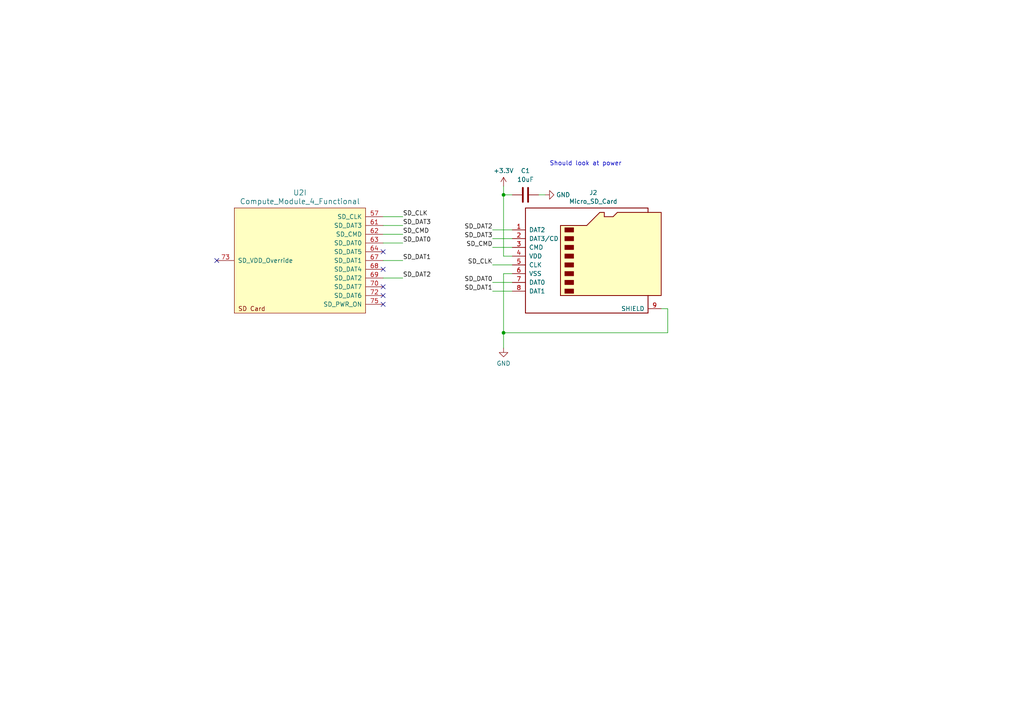
<source format=kicad_sch>
(kicad_sch (version 20230121) (generator eeschema)
  (paper "A4")
  (lib_symbols
    (symbol "Connector:Micro_SD_Card" (pin_names (offset 1.016))
      (property "Reference" "J" (at -16.51 15.24 0))
      (property "Value" "Micro_SD_Card" (at 16.51 15.24 0))
      (symbol "Micro_SD_Card_0_1"
        (rectangle (start -7.62 -9.525) (end -5.08 -10.795) (fill (type outline)))
        (rectangle (start -7.62 -6.985) (end -5.08 -8.255) (fill (type outline)))
        (rectangle (start -7.62 -4.445) (end -5.08 -5.715) (fill (type outline)))
        (rectangle (start -7.62 -1.905) (end -5.08 -3.175) (fill (type outline)))
        (rectangle (start -7.62 0.635) (end -5.08 -0.635) (fill (type outline)))
        (rectangle (start -7.62 3.175) (end -5.08 1.905) (fill (type outline)))
        (rectangle (start -7.62 5.715) (end -5.08 4.445) (fill (type outline)))
        (rectangle (start -7.62 8.255) (end -5.08 6.985) (fill (type outline)))
        (polyline (pts (xy 16.51 12.7) (xy 16.51 13.97) (xy -19.05 13.97) (xy -19.05 -16.51) (xy 16.51 -16.51) (xy 16.51 -11.43)) (stroke (width 0.254)))
        (polyline (pts (xy -8.89 -11.43) (xy -8.89 8.89) (xy -1.27 8.89) (xy 2.54 12.7) (xy 3.81 12.7) (xy 3.81 11.43) (xy 6.35 11.43) (xy 7.62 12.7) (xy 20.32 12.7) (xy 20.32 -11.43) (xy -8.89 -11.43)) (stroke (width 0.254)) (fill (type background)))
      )
      (symbol "Micro_SD_Card_1_1"
        (pin bidirectional line (at -22.86 7.62 0) (length 3.81) (name "DAT2") (number "1"))
        (pin bidirectional line (at -22.86 5.08 0) (length 3.81) (name "DAT3/CD") (number "2"))
        (pin input line (at -22.86 2.54 0) (length 3.81) (name "CMD") (number "3"))
        (pin power_in line (at -22.86 0 0) (length 3.81) (name "VDD") (number "4"))
        (pin input line (at -22.86 -2.54 0) (length 3.81) (name "CLK") (number "5"))
        (pin power_in line (at -22.86 -5.08 0) (length 3.81) (name "VSS") (number "6"))
        (pin bidirectional line (at -22.86 -7.62 0) (length 3.81) (name "DAT0") (number "7"))
        (pin bidirectional line (at -22.86 -10.16 0) (length 3.81) (name "DAT1") (number "8"))
        (pin passive line (at 20.32 -15.24 180) (length 3.81) (name "SHIELD") (number "9"))
      )
    )
    (symbol "Device:C" (pin_numbers hide) (pin_names (offset 0.254))
      (property "Reference" "C" (at 0.635 2.54 0))
      (property "Value" "C" (at 0.635 -2.54 0))
      (symbol "C_0_1"
        (polyline (pts (xy -2.032 -0.762) (xy 2.032 -0.762)) (stroke (width 0.508)))
        (polyline (pts (xy -2.032 0.762) (xy 2.032 0.762)) (stroke (width 0.508)))
      )
      (symbol "C_1_1"
        (pin passive line (at 0 3.81 270) (length 2.794) (name "~") (number "1"))
        (pin passive line (at 0 -3.81 90) (length 2.794) (name "~") (number "2"))
      )
    )
    (symbol "Raspberry_Pi_Compute_Module_4:Compute_Module_4_Functional" (pin_names (offset 1.016))
      (property "Reference" "U" (at 5.08 5.08 0))
      (property "Value" "Compute_Module_4_Functional" (at 5.08 7.62 0))
      (symbol "Compute_Module_4_Functional_1_0"
        (text "Power" (at 21.59 -13.97 0) (effects (font (size 1.27 1.27))))
      )
      (symbol "Compute_Module_4_Functional_1_1"
        (rectangle (start 5.08 2.54) (end 38.1 -15.24) (fill (type background)))
        (pin power_in line (at 0 -13.97 0) (length 5.08) (name "GND[51]") (number "1"))
        (pin power_in line (at 0 -13.97 0) (length 5.08) (name "GND[51]") (number "107"))
        (pin power_in line (at 0 -13.97 0) (length 5.08) (name "GND[51]") (number "108"))
        (pin power_in line (at 0 -13.97 0) (length 5.08) (name "GND[51]") (number "113"))
        (pin power_in line (at 0 -13.97 0) (length 5.08) (name "GND[51]") (number "114"))
        (pin power_in line (at 0 -13.97 0) (length 5.08) (name "GND[51]") (number "119"))
        (pin power_in line (at 0 -13.97 0) (length 5.08) (name "GND[51]") (number "120"))
        (pin power_in line (at 0 -13.97 0) (length 5.08) (name "GND[51]") (number "125"))
        (pin power_in line (at 0 -13.97 0) (length 5.08) (name "GND[51]") (number "126"))
        (pin power_in line (at 0 -13.97 0) (length 5.08) (name "GND[51]") (number "13"))
        (pin power_in line (at 0 -13.97 0) (length 5.08) (name "GND[51]") (number "131"))
        (pin power_in line (at 0 -13.97 0) (length 5.08) (name "GND[51]") (number "132"))
        (pin power_in line (at 0 -13.97 0) (length 5.08) (name "GND[51]") (number "137"))
        (pin power_in line (at 0 -13.97 0) (length 5.08) (name "GND[51]") (number "138"))
        (pin power_in line (at 0 -13.97 0) (length 5.08) (name "GND[51]") (number "14"))
        (pin power_in line (at 0 -13.97 0) (length 5.08) (name "GND[51]") (number "144"))
        (pin power_in line (at 0 -13.97 0) (length 5.08) (name "GND[51]") (number "150"))
        (pin power_in line (at 0 -13.97 0) (length 5.08) (name "GND[51]") (number "155"))
        (pin power_in line (at 0 -13.97 0) (length 5.08) (name "GND[51]") (number "156"))
        (pin power_in line (at 0 -13.97 0) (length 5.08) (name "GND[51]") (number "161"))
        (pin power_in line (at 0 -13.97 0) (length 5.08) (name "GND[51]") (number "162"))
        (pin power_in line (at 0 -13.97 0) (length 5.08) (name "GND[51]") (number "167"))
        (pin power_in line (at 0 -13.97 0) (length 5.08) (name "GND[51]") (number "168"))
        (pin power_in line (at 0 -13.97 0) (length 5.08) (name "GND[51]") (number "173"))
        (pin power_in line (at 0 -13.97 0) (length 5.08) (name "GND[51]") (number "174"))
        (pin power_in line (at 0 -13.97 0) (length 5.08) (name "GND[51]") (number "179"))
        (pin power_in line (at 0 -13.97 0) (length 5.08) (name "GND[51]") (number "180"))
        (pin power_in line (at 0 -13.97 0) (length 5.08) (name "GND[51]") (number "185"))
        (pin power_in line (at 0 -13.97 0) (length 5.08) (name "GND[51]") (number "186"))
        (pin power_in line (at 0 -13.97 0) (length 5.08) (name "GND[51]") (number "191"))
        (pin power_in line (at 0 -13.97 0) (length 5.08) (name "GND[51]") (number "192"))
        (pin power_in line (at 0 -13.97 0) (length 5.08) (name "GND[51]") (number "197"))
        (pin power_in line (at 0 -13.97 0) (length 5.08) (name "GND[51]") (number "198"))
        (pin power_in line (at 0 -13.97 0) (length 5.08) (name "GND[51]") (number "2"))
        (pin power_in line (at 0 -13.97 0) (length 5.08) (name "GND[51]") (number "22"))
        (pin power_in line (at 0 -13.97 0) (length 5.08) (name "GND[51]") (number "23"))
        (pin power_in line (at 0 -13.97 0) (length 5.08) (name "GND[51]") (number "32"))
        (pin power_in line (at 0 -13.97 0) (length 5.08) (name "GND[51]") (number "33"))
        (pin power_in line (at 0 -13.97 0) (length 5.08) (name "GND[51]") (number "42"))
        (pin power_in line (at 0 -13.97 0) (length 5.08) (name "GND[51]") (number "43"))
        (pin power_in line (at 0 -13.97 0) (length 5.08) (name "GND[51]") (number "52"))
        (pin power_in line (at 0 -13.97 0) (length 5.08) (name "GND[51]") (number "53"))
        (pin power_in line (at 0 -13.97 0) (length 5.08) (name "GND[51]") (number "59"))
        (pin power_in line (at 0 -13.97 0) (length 5.08) (name "GND[51]") (number "60"))
        (pin power_in line (at 0 -13.97 0) (length 5.08) (name "GND[51]") (number "65"))
        (pin power_in line (at 0 -13.97 0) (length 5.08) (name "GND[51]") (number "66"))
        (pin power_in line (at 0 -13.97 0) (length 5.08) (name "GND[51]") (number "7"))
        (pin power_in line (at 0 -13.97 0) (length 5.08) (name "GND[51]") (number "71"))
        (pin power_in line (at 0 -13.97 0) (length 5.08) (name "GND[51]") (number "74"))
        (pin power_in line (at 0 1.27 0) (length 5.08) (name "+5V") (number "77"))
        (pin power_in line (at 0 -1.27 0) (length 5.08) (name "+5V") (number "79"))
        (pin power_in line (at 0 -13.97 0) (length 5.08) (name "GND[51]") (number "8"))
        (pin power_in line (at 0 -3.81 0) (length 5.08) (name "+5V") (number "81"))
        (pin power_in line (at 0 -6.35 0) (length 5.08) (name "+5V") (number "83"))
        (pin power_out line (at 43.18 -2.54 180) (length 5.08) (name "CM4_3.3V_Out_1") (number "84"))
        (pin power_in line (at 0 -8.89 0) (length 5.08) (name "+5V") (number "85"))
        (pin power_out line (at 43.18 -5.08 180) (length 5.08) (name "CM4_3.3V_Out_2") (number "86"))
        (pin power_in line (at 0 -11.43 0) (length 5.08) (name "+5V") (number "87"))
        (pin power_out line (at 43.18 -7.62 180) (length 5.08) (name "CM4_1.8V_Out_1") (number "88"))
        (pin power_out line (at 43.18 -10.16 180) (length 5.08) (name "CM4_1.8V_Out_2") (number "90"))
        (pin power_in line (at 0 -13.97 0) (length 5.08) (name "GND[51]") (number "98"))
      )
      (symbol "Compute_Module_4_Functional_2_0"
        (text "GPIO" (at 7.62 -69.85 0) (effects (font (size 1.27 1.27))))
      )
      (symbol "Compute_Module_4_Functional_2_1"
        (rectangle (start 5.08 2.54) (end 30.48 -71.12) (fill (type background)))
        (pin passive line (at 35.56 0 180) (length 5.08) (name "GPIO26") (number "24"))
        (pin passive line (at 35.56 -2.54 180) (length 5.08) (name "GPIO21") (number "25"))
        (pin passive line (at 35.56 -5.08 180) (length 5.08) (name "GPIO19") (number "26"))
        (pin passive line (at 35.56 -7.62 180) (length 5.08) (name "GPIO20") (number "27"))
        (pin passive line (at 35.56 -10.16 180) (length 5.08) (name "GPIO13") (number "28"))
        (pin passive line (at 35.56 -12.7 180) (length 5.08) (name "GPIO16") (number "29"))
        (pin passive line (at 35.56 -15.24 180) (length 5.08) (name "GPIO6") (number "30"))
        (pin passive line (at 35.56 -17.78 180) (length 5.08) (name "GPIO12") (number "31"))
        (pin passive line (at 35.56 -20.32 180) (length 5.08) (name "GPIO5") (number "34"))
        (pin passive line (at 35.56 -22.86 180) (length 5.08) (name "ID_SC") (number "35"))
        (pin passive line (at 35.56 -25.4 180) (length 5.08) (name "ID_SD") (number "36"))
        (pin passive line (at 35.56 -27.94 180) (length 5.08) (name "GPIO7") (number "37"))
        (pin passive line (at 35.56 -30.48 180) (length 5.08) (name "GPIO11") (number "38"))
        (pin passive line (at 35.56 -33.02 180) (length 5.08) (name "GPIO8") (number "39"))
        (pin passive line (at 35.56 -35.56 180) (length 5.08) (name "GPIO9") (number "40"))
        (pin passive line (at 35.56 -38.1 180) (length 5.08) (name "GPIO25") (number "41"))
        (pin passive line (at 35.56 -40.64 180) (length 5.08) (name "GPIO10") (number "44"))
        (pin passive line (at 35.56 -43.18 180) (length 5.08) (name "GPIO24") (number "45"))
        (pin passive line (at 35.56 -45.72 180) (length 5.08) (name "GPIO22") (number "46"))
        (pin passive line (at 35.56 -48.26 180) (length 5.08) (name "GPIO23") (number "47"))
        (pin passive line (at 35.56 -50.8 180) (length 5.08) (name "GPIO27") (number "48"))
        (pin passive line (at 35.56 -53.34 180) (length 5.08) (name "GPIO18") (number "49"))
        (pin passive line (at 35.56 -55.88 180) (length 5.08) (name "GPIO17") (number "50"))
        (pin passive line (at 35.56 -58.42 180) (length 5.08) (name "GPIO15") (number "51"))
        (pin passive line (at 35.56 -60.96 180) (length 5.08) (name "GPIO4") (number "54"))
        (pin passive line (at 35.56 -63.5 180) (length 5.08) (name "GPIO14") (number "55"))
        (pin passive line (at 35.56 -66.04 180) (length 5.08) (name "GPIO3") (number "56"))
        (pin passive line (at 35.56 -68.58 180) (length 5.08) (name "GPIO2") (number "58"))
        (pin power_in line (at 0 -33.02 0) (length 5.08) (name "GPIO_VREF") (number "78"))
      )
      (symbol "Compute_Module_4_Functional_3_0"
        (text "Ethernet" (at 10.16 -26.67 0) (effects (font (size 1.27 1.27))))
      )
      (symbol "Compute_Module_4_Functional_3_1"
        (rectangle (start 5.08 2.54) (end 53.34 -27.94) (fill (type background)))
        (pin passive line (at 58.42 -12.7 180) (length 5.08) (name "Ethernet_Pair0_N") (number "10"))
        (pin passive line (at 58.42 -15.24 180) (length 5.08) (name "Ethernet_Pair2_P") (number "11"))
        (pin passive line (at 58.42 -17.78 180) (length 5.08) (name "Ethernet_Pair0_P") (number "12"))
        (pin output line (at 58.42 -20.32 180) (length 5.08) (name "~{Ethernet_nLED3}") (number "15"))
        (pin input line (at 0 -10.16 0) (length 5.08) (name "Ethernet_SYNC_IN") (number "16"))
        (pin output line (at 58.42 -22.86 180) (length 5.08) (name "~{Ethernet_nLED2}") (number "17"))
        (pin input line (at 0 -12.7 0) (length 5.08) (name "Ethernet_SYNC_OUT") (number "18"))
        (pin output line (at 58.42 -25.4 180) (length 5.08) (name "~{Ethernet_nLED1}") (number "19"))
        (pin passive line (at 58.42 0 180) (length 5.08) (name "Ethernet_Pair3_P") (number "3"))
        (pin passive line (at 58.42 -2.54 180) (length 5.08) (name "Ethernet_Pair1_P") (number "4"))
        (pin passive line (at 58.42 -5.08 180) (length 5.08) (name "Ethernet_Pair3_N") (number "5"))
        (pin passive line (at 58.42 -7.62 180) (length 5.08) (name "Ethernet_Pair1_N") (number "6"))
        (pin passive line (at 58.42 -10.16 180) (length 5.08) (name "Ethernet_Pair2_N") (number "9"))
      )
      (symbol "Compute_Module_4_Functional_4_0"
        (text "USB" (at 7.62 -6.35 0) (effects (font (size 1.27 1.27))))
      )
      (symbol "Compute_Module_4_Functional_4_1"
        (rectangle (start 5.08 2.54) (end 20.32 -7.62) (fill (type background)))
        (pin input line (at 25.4 0 180) (length 5.08) (name "USB_OTG_ID") (number "101"))
        (pin passive line (at 25.4 -2.54 180) (length 5.08) (name "USB_N") (number "103"))
        (pin passive line (at 25.4 -5.08 180) (length 5.08) (name "USB_P") (number "105"))
      )
      (symbol "Compute_Module_4_Functional_5_0"
        (text "PCI-E" (at 8.89 -19.05 0) (effects (font (size 1.27 1.27))))
      )
      (symbol "Compute_Module_4_Functional_5_1"
        (rectangle (start 5.08 2.54) (end 25.4 -20.32) (fill (type background)))
        (pin input line (at 30.48 0 180) (length 5.08) (name "~{PCIe_CLK_nREQ}") (number "102"))
        (pin output line (at 30.48 -2.54 180) (length 5.08) (name "~{PCIe_nRST}") (number "109"))
        (pin output line (at 30.48 -5.08 180) (length 5.08) (name "PCIe_CLK_P") (number "110"))
        (pin output line (at 30.48 -7.62 180) (length 5.08) (name "PCIe_CLK_N") (number "112"))
        (pin input line (at 30.48 -10.16 180) (length 5.08) (name "PCIe_RX_P") (number "116"))
        (pin input line (at 30.48 -12.7 180) (length 5.08) (name "PCIe_RX_N") (number "118"))
        (pin output line (at 30.48 -15.24 180) (length 5.08) (name "PCIe_TX_P") (number "122"))
        (pin output line (at 30.48 -17.78 180) (length 5.08) (name "PCIe_TX_N") (number "124"))
      )
      (symbol "Compute_Module_4_Functional_6_0"
        (text "Camera" (at 8.89 -39.37 0) (effects (font (size 1.27 1.27))))
      )
      (symbol "Compute_Module_4_Functional_6_1"
        (rectangle (start 5.08 2.54) (end 20.32 -40.64) (fill (type background)))
        (pin input line (at 25.4 0 180) (length 5.08) (name "CAM1_D0_N") (number "115"))
        (pin input line (at 25.4 -2.54 180) (length 5.08) (name "CAM1_D0_P") (number "117"))
        (pin input line (at 25.4 -5.08 180) (length 5.08) (name "CAM1_D1_N") (number "121"))
        (pin input line (at 25.4 -7.62 180) (length 5.08) (name "CAM1_D1_P") (number "123"))
        (pin input line (at 25.4 -10.16 180) (length 5.08) (name "CAM1_C_N") (number "127"))
        (pin input line (at 25.4 -12.7 180) (length 5.08) (name "CAM0_D0_N") (number "128"))
        (pin input line (at 25.4 -15.24 180) (length 5.08) (name "CAM1_C_P") (number "129"))
        (pin input line (at 25.4 -17.78 180) (length 5.08) (name "CAM0_D0_P") (number "130"))
        (pin input line (at 25.4 -20.32 180) (length 5.08) (name "CAM1_D2_N") (number "133"))
        (pin input line (at 25.4 -22.86 180) (length 5.08) (name "CAM0_D1_N") (number "134"))
        (pin input line (at 25.4 -25.4 180) (length 5.08) (name "CAM1_D2_P") (number "135"))
        (pin input line (at 25.4 -27.94 180) (length 5.08) (name "CAM0_D1_P") (number "136"))
        (pin input line (at 25.4 -30.48 180) (length 5.08) (name "CAM1_D3_N") (number "139"))
        (pin input line (at 25.4 -33.02 180) (length 5.08) (name "CAM0_C_N") (number "140"))
        (pin input line (at 25.4 -35.56 180) (length 5.08) (name "CAM1_D3_P") (number "141"))
        (pin input line (at 25.4 -38.1 180) (length 5.08) (name "CAM0_C_P") (number "142"))
      )
      (symbol "Compute_Module_4_Functional_7_0"
        (text "HDMI" (at 7.62 -39.37 0) (effects (font (size 1.27 1.27))))
      )
      (symbol "Compute_Module_4_Functional_7_1"
        (rectangle (start 5.08 2.54) (end 43.18 -40.64) (fill (type background)))
        (pin input line (at 0 -10.16 0) (length 5.08) (name "HDMI1_HOTPLUG") (number "143"))
        (pin bidirectional line (at 0 -12.7 0) (length 5.08) (name "HDMI1_SDA") (number "145"))
        (pin output line (at 48.26 0 180) (length 5.08) (name "HDMI1_TX2_P") (number "146"))
        (pin open_collector line (at 0 -15.24 0) (length 5.08) (name "HDMI1_SCL") (number "147"))
        (pin output line (at 48.26 -2.54 180) (length 5.08) (name "HDMI1_TX2_N") (number "148"))
        (pin open_collector line (at 0 -17.78 0) (length 5.08) (name "HDMI1_CEC") (number "149"))
        (pin open_collector line (at 0 -20.32 0) (length 5.08) (name "HDMI0_CEC") (number "151"))
        (pin output line (at 48.26 -5.08 180) (length 5.08) (name "HDMI1_TX1_P") (number "152"))
        (pin input line (at 0 -22.86 0) (length 5.08) (name "HDMI0_HOTPLUG") (number "153"))
        (pin output line (at 48.26 -7.62 180) (length 5.08) (name "HDMI1_TX1_N") (number "154"))
        (pin output line (at 48.26 -10.16 180) (length 5.08) (name "HDMI1_TX0_P") (number "158"))
        (pin output line (at 48.26 -12.7 180) (length 5.08) (name "HDMI1_TX0_N") (number "160"))
        (pin output line (at 48.26 -15.24 180) (length 5.08) (name "HDMI1_CLK_P") (number "164"))
        (pin output line (at 48.26 -17.78 180) (length 5.08) (name "HDMI1_CLK_N") (number "166"))
        (pin output line (at 48.26 -20.32 180) (length 5.08) (name "HDMI0_TX2_P") (number "170"))
        (pin output line (at 48.26 -22.86 180) (length 5.08) (name "HDMI0_TX2_N") (number "172"))
        (pin output line (at 48.26 -25.4 180) (length 5.08) (name "HDMI0_TX1_P") (number "176"))
        (pin output line (at 48.26 -27.94 180) (length 5.08) (name "HDMI0_TX1_N") (number "178"))
        (pin output line (at 48.26 -30.48 180) (length 5.08) (name "HDMI0_TX0_P") (number "182"))
        (pin output line (at 48.26 -33.02 180) (length 5.08) (name "HDMI0_TX0_N") (number "184"))
        (pin output line (at 48.26 -35.56 180) (length 5.08) (name "HDMI0_CLK_P") (number "188"))
        (pin output line (at 48.26 -38.1 180) (length 5.08) (name "HDMI0_CLK_N") (number "190"))
        (pin bidirectional line (at 0 -25.4 0) (length 5.08) (name "HDMI0_SDA") (number "199"))
        (pin open_collector line (at 0 -27.94 0) (length 5.08) (name "HDMI0_SCL") (number "200"))
      )
      (symbol "Compute_Module_4_Functional_8_0"
        (text "Display" (at 8.89 -39.37 0) (effects (font (size 1.27 1.27))))
      )
      (symbol "Compute_Module_4_Functional_8_1"
        (rectangle (start 5.08 2.54) (end 20.32 -40.64) (fill (type background)))
        (pin output line (at 25.4 0 180) (length 5.08) (name "DSI0_D0_N") (number "157"))
        (pin output line (at 25.4 -2.54 180) (length 5.08) (name "DSI0_D0_P") (number "159"))
        (pin output line (at 25.4 -5.08 180) (length 5.08) (name "DSI0_D1_N") (number "163"))
        (pin output line (at 25.4 -7.62 180) (length 5.08) (name "DSI0_D1_P") (number "165"))
        (pin output line (at 25.4 -10.16 180) (length 5.08) (name "DSI0_C_N") (number "169"))
        (pin output line (at 25.4 -12.7 180) (length 5.08) (name "DSI0_C_P") (number "171"))
        (pin output line (at 25.4 -15.24 180) (length 5.08) (name "DSI1_D0_N") (number "175"))
        (pin output line (at 25.4 -17.78 180) (length 5.08) (name "DSI1_D0_P") (number "177"))
        (pin output line (at 25.4 -20.32 180) (length 5.08) (name "DSI1_D1_N") (number "181"))
        (pin output line (at 25.4 -22.86 180) (length 5.08) (name "DSI1_D1_P") (number "183"))
        (pin output line (at 25.4 -25.4 180) (length 5.08) (name "DSI1_C_N") (number "187"))
        (pin output line (at 25.4 -27.94 180) (length 5.08) (name "DSI1_C_P") (number "189"))
        (pin output line (at 25.4 -30.48 180) (length 5.08) (name "DSI1_D2_N") (number "193"))
        (pin output line (at 25.4 -33.02 180) (length 5.08) (name "DSI1_D3_N") (number "194"))
        (pin output line (at 25.4 -35.56 180) (length 5.08) (name "DSI1_D2_P") (number "195"))
        (pin output line (at 25.4 -38.1 180) (length 5.08) (name "DSI1_D3_P") (number "196"))
      )
      (symbol "Compute_Module_4_Functional_9_0"
        (text "SD Card" (at 10.16 -26.67 0) (effects (font (size 1.27 1.27))))
      )
      (symbol "Compute_Module_4_Functional_9_1"
        (rectangle (start 5.08 2.54) (end 43.18 -27.94) (fill (type background)))
        (pin passive line (at 48.26 0 180) (length 5.08) (name "SD_CLK") (number "57"))
        (pin passive line (at 48.26 -2.54 180) (length 5.08) (name "SD_DAT3") (number "61"))
        (pin passive line (at 48.26 -5.08 180) (length 5.08) (name "SD_CMD") (number "62"))
        (pin passive line (at 48.26 -7.62 180) (length 5.08) (name "SD_DAT0") (number "63"))
        (pin passive line (at 48.26 -10.16 180) (length 5.08) (name "SD_DAT5") (number "64"))
        (pin passive line (at 48.26 -12.7 180) (length 5.08) (name "SD_DAT1") (number "67"))
        (pin passive line (at 48.26 -15.24 180) (length 5.08) (name "SD_DAT4") (number "68"))
        (pin passive line (at 48.26 -17.78 180) (length 5.08) (name "SD_DAT2") (number "69"))
        (pin passive line (at 48.26 -20.32 180) (length 5.08) (name "SD_DAT7") (number "70"))
        (pin passive line (at 48.26 -22.86 180) (length 5.08) (name "SD_DAT6") (number "72"))
        (pin input line (at 0 -12.7 0) (length 5.08) (name "SD_VDD_Override") (number "73"))
        (pin output line (at 48.26 -25.4 180) (length 5.08) (name "SD_PWR_ON") (number "75"))
      )
      (symbol "Compute_Module_4_Functional_10_0"
        (text "Miscellaneous" (at 12.7 -39.37 0) (effects (font (size 1.27 1.27))))
      )
      (symbol "Compute_Module_4_Functional_10_1"
        (rectangle (start 5.08 2.54) (end 43.18 -40.64) (fill (type background)))
        (pin output line (at 48.26 -15.24 180) (length 5.08) (name "~{nEXTRST}") (number "100"))
        (pin no_connect line (at 0 -33.02 0) (length 5.08) (name "Reserved") (number "104"))
        (pin no_connect line (at 0 -35.56 0) (length 5.08) (name "Reserved") (number "106"))
        (pin output line (at 48.26 -38.1 180) (length 5.08) (name "VDAC_COMP") (number "111"))
        (pin input line (at 0 -10.16 0) (length 5.08) (name "EEPROM_nWP") (number "20"))
        (pin open_collector line (at 48.26 -2.54 180) (length 5.08) (name "~{Pi_nLED_Activity}") (number "21"))
        (pin no_connect line (at 0 -30.48 0) (length 5.08) (name "Reserved") (number "76"))
        (pin bidirectional line (at 48.26 -31.75 180) (length 5.08) (name "I2C_SCL0") (number "80"))
        (pin bidirectional line (at 48.26 -34.29 180) (length 5.08) (name "I2C_SDA0") (number "82"))
        (pin input line (at 0 0 0) (length 5.08) (name "~{WL_nDisable}") (number "89"))
        (pin input line (at 0 -2.54 0) (length 5.08) (name "~{BT_nDisable}") (number "91"))
        (pin passive line (at 48.26 -11.43 180) (length 5.08) (name "RUN_PG") (number "92"))
        (pin input line (at 0 -15.24 0) (length 5.08) (name "~{nRPIBOOT}") (number "93"))
        (pin passive line (at 0 -22.86 0) (length 5.08) (name "AnalogIP1") (number "94"))
        (pin output line (at 48.26 -6.35 180) (length 5.08) (name "~{PI_LED_nPWR}") (number "95"))
        (pin passive line (at 0 -25.4 0) (length 5.08) (name "AnalogIP0") (number "96"))
        (pin input line (at 0 -5.08 0) (length 5.08) (name "Camera_GPIO") (number "97"))
        (pin input line (at 0 -17.78 0) (length 5.08) (name "GLOBAL_EN") (number "99"))
      )
    )
    (symbol "power:+3.3V" (power) (pin_names (offset 0))
      (property "Value" "+3.3V" (at 0 3.556 0))
      (symbol "+3.3V_0_1"
        (polyline (pts (xy -0.762 1.27) (xy 0 2.54)))
        (polyline (pts (xy 0 0) (xy 0 2.54)))
        (polyline (pts (xy 0 2.54) (xy 0.762 1.27)))
      )
      (symbol "+3.3V_1_1"
        (pin power_in line (at 0 0 90) (length 0) hide (name "+3.3V") (number "1"))
      )
    )
    (symbol "power:GND" (power) (pin_names (offset 0))
      (property "Value" "GND" (at 0 -3.81 0))
      (symbol "GND_0_1"
        (polyline (pts (xy 0 0) (xy 0 -1.27) (xy 1.27 -1.27) (xy 0 -2.54) (xy -1.27 -1.27) (xy 0 -1.27)))
      )
      (symbol "GND_1_1"
        (pin power_in line (at 0 0 270) (length 0) hide (name "GND") (number "1"))
      )
    )
  )
  (junction (at 146.05 96.52))
  (junction (at 146.05 56.515))
  (no_connect (at 111.125 85.725))
  (no_connect (at 111.125 88.265))
  (no_connect (at 111.125 73.025))
  (no_connect (at 111.125 83.185))
  (no_connect (at 62.865 75.565))
  (no_connect (at 111.125 78.105))
  (wire (pts (xy 148.59 71.755) (xy 142.875 71.755)))
  (wire (pts (xy 111.125 62.865) (xy 116.84 62.865)))
  (wire (pts (xy 111.125 65.405) (xy 116.84 65.405)))
  (wire (pts (xy 191.77 89.535) (xy 193.675 89.535)))
  (wire (pts (xy 111.125 80.645) (xy 116.84 80.645)))
  (wire (pts (xy 146.05 96.52) (xy 146.05 100.965)))
  (wire (pts (xy 111.125 67.945) (xy 116.84 67.945)))
  (wire (pts (xy 193.675 96.52) (xy 146.05 96.52)))
  (wire (pts (xy 193.675 89.535) (xy 193.675 96.52)))
  (wire (pts (xy 146.05 79.375) (xy 146.05 96.52)))
  (wire (pts (xy 148.59 69.215) (xy 142.875 69.215)))
  (wire (pts (xy 148.59 81.915) (xy 142.875 81.915)))
  (wire (pts (xy 111.125 75.565) (xy 116.84 75.565)))
  (wire (pts (xy 148.59 79.375) (xy 146.05 79.375)))
  (wire (pts (xy 146.05 56.515) (xy 146.05 74.295)))
  (wire (pts (xy 148.59 84.455) (xy 142.875 84.455)))
  (wire (pts (xy 148.59 66.675) (xy 142.875 66.675)))
  (wire (pts (xy 111.125 70.485) (xy 116.84 70.485)))
  (wire (pts (xy 156.21 56.515) (xy 158.115 56.515)))
  (wire (pts (xy 146.05 56.515) (xy 148.59 56.515)))
  (wire (pts (xy 146.05 53.975) (xy 146.05 56.515)))
  (wire (pts (xy 148.59 76.835) (xy 142.875 76.835)))
  (wire (pts (xy 146.05 74.295) (xy 148.59 74.295)))
  (text "Should look at power" (at 159.385 48.26 0) (effects (font (size 1.27 1.27)) (justify left bottom)))
  (label "SD_DAT0" (at 116.84 70.485 0))
  (label "SD_CLK" (at 142.875 76.835 180))
  (label "SD_CLK" (at 116.84 62.865 0))
  (label "SD_DAT1" (at 142.875 84.455 180))
  (label "SD_DAT0" (at 142.875 81.915 180))
  (label "SD_DAT1" (at 116.84 75.565 0))
  (label "SD_CMD" (at 142.875 71.755 180))
  (label "SD_DAT2" (at 142.875 66.675 180))
  (label "SD_DAT3" (at 116.84 65.405 0))
  (label "SD_DAT2" (at 116.84 80.645 0))
  (label "SD_CMD" (at 116.84 67.945 0))
  (label "SD_DAT3" (at 142.875 69.215 180))
  (symbol (lib_id "power:+3.3V") (at 146.05 53.975 0) (unit 1)
    (property "Reference" "#PWR07" (effects hide))
    (property "Value" "+3.3V" (at 146.05 49.53 0))
  )
  (symbol (lib_id "Connector:Micro_SD_Card") (at 171.45 74.295 0) (unit 1)
    (property "Reference" "J2" (at 172.085 55.88 0))
    (property "Value" "Micro_SD_Card" (at 172.085 58.42 0))
    (property "Datasheet" "http://katalog.we-online.de/em/datasheet/693072010801.pdf" (effects hide))
  )
  (symbol (lib_id "Raspberry_Pi_Compute_Module_4:Compute_Module_4_Functional") (at 62.865 62.865 0) (unit 9)
    (property "Reference" "U2" (at 86.995 55.88 0) (effects (font (size 1.524 1.524))))
    (property "Value" "Compute_Module_4_Functional" (at 86.995 58.42 0) (effects (font (size 1.524 1.524))))
    (property "Footprint" "RPi_Compute_Module_4:Raspberry-Pi-4-Compute-Module" (effects hide))
    (instances (project "CM4Emulator" (path "" (reference "U2") (unit 9)) (path "" (reference "U1") (unit 9))))
  )
  (symbol (lib_id "power:GND") (at 158.115 56.515 90) (unit 1)
    (property "Reference" "#PWR06" (effects hide))
    (property "Value" "GND" (at 161.29 56.515 90) (effects (justify right)))
  )
  (symbol (lib_id "power:GND") (at 146.05 100.965 0) (unit 1)
    (property "Reference" "#PWR05" (effects hide))
    (property "Value" "GND" (at 146.05 105.41 0))
  )
  (symbol (lib_id "Device:C") (at 152.4 56.515 90) (unit 1)
    (property "Reference" "C1" (at 152.4 49.53 90))
    (property "Value" "10uF" (at 152.4 52.07 90))
  )
)
</source>
